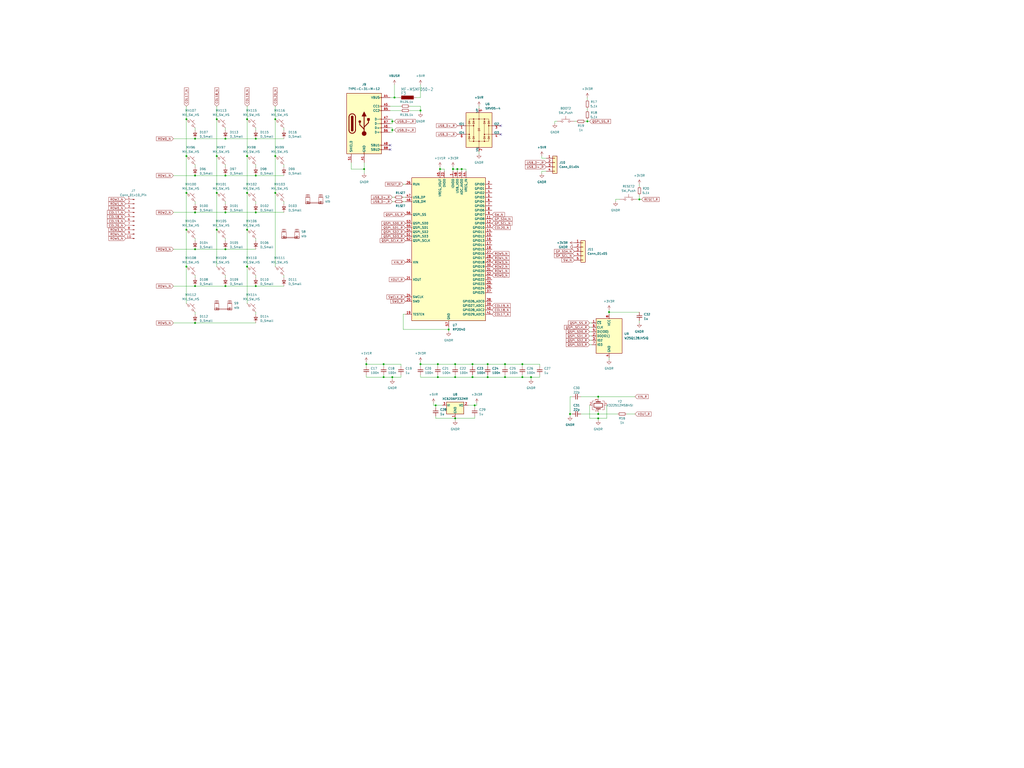
<source format=kicad_sch>
(kicad_sch (version 20231120) (generator "eeschema") (generator_version "8.0")
  (paper "User" 599.999 450.012)
  (lib_symbols
    (symbol "+1V1_1" (power) (pin_names (offset 0))
      (property "Value" "+1V1_1" (at 0 5.08 0))
      (symbol "+1V1_1_1_1"
        (pin power_in line (at 0 0 90) (length 0) hide (name "+1V1R") (number "1"))
      )
    )
    (symbol "+3V3_1" (power) (pin_names (offset 0))
      (property "Value" "+3V3_1" (at 0 5.08 0))
      (symbol "+3V3_1_1_1"
        (pin power_in line (at 0 0 90) (length 0) hide (name "+3V3R") (number "1"))
      )
    )
    (symbol "+5VA_1" (power) (pin_names (offset 0))
      (property "Value" "+5VA_1" (at 0 5.08 0))
      (symbol "+5VA_1_1_1"
        (pin power_in line (at 0 0 90) (length 0) hide (name "+5VR") (number "1"))
      )
    )
    (symbol "Connector:Conn_01x10_Pin" (pin_names (offset 1.016) hide)
      (property "Reference" "J" (at 0 12.7 0))
      (property "Value" "Conn_01x10_Pin" (at 0 -15.24 0))
      (symbol "Conn_01x10_Pin_1_1"
        (pin passive line (at 5.08 10.16 180) (length 3.81) (name "Pin_1") (number "1"))
        (pin passive line (at 5.08 -12.7 180) (length 3.81) (name "Pin_10") (number "10"))
        (pin passive line (at 5.08 7.62 180) (length 3.81) (name "Pin_2") (number "2"))
        (pin passive line (at 5.08 5.08 180) (length 3.81) (name "Pin_3") (number "3"))
        (pin passive line (at 5.08 2.54 180) (length 3.81) (name "Pin_4") (number "4"))
        (pin passive line (at 5.08 0 180) (length 3.81) (name "Pin_5") (number "5"))
        (pin passive line (at 5.08 -2.54 180) (length 3.81) (name "Pin_6") (number "6"))
        (pin passive line (at 5.08 -5.08 180) (length 3.81) (name "Pin_7") (number "7"))
        (pin passive line (at 5.08 -7.62 180) (length 3.81) (name "Pin_8") (number "8"))
        (pin passive line (at 5.08 -10.16 180) (length 3.81) (name "Pin_9") (number "9"))
      )
    )
    (symbol "Connector:USB_C_Receptacle_USB2.0" (pin_names (offset 1.016))
      (property "Reference" "J" (at -10.16 19.05 0))
      (property "Value" "USB_C_Receptacle_USB2.0" (at 19.05 19.05 0))
      (symbol "USB_C_Receptacle_USB2.0_1_1"
        (pin passive line (at 0 -22.86 90) (length 5.08) (name "GND") (number "A1"))
        (pin passive line (at 0 -22.86 90) (length 5.08) hide (name "GND") (number "A12"))
        (pin passive line (at 15.24 15.24 180) (length 5.08) (name "VBUS") (number "A4"))
        (pin bidirectional line (at 15.24 10.16 180) (length 5.08) (name "CC1") (number "A5"))
        (pin bidirectional line (at 15.24 -2.54 180) (length 5.08) (name "D+") (number "A6"))
        (pin bidirectional line (at 15.24 2.54 180) (length 5.08) (name "D-") (number "A7"))
        (pin bidirectional line (at 15.24 -12.7 180) (length 5.08) (name "SBU1") (number "A8"))
        (pin passive line (at 15.24 15.24 180) (length 5.08) hide (name "VBUS") (number "A9"))
        (pin passive line (at 0 -22.86 90) (length 5.08) hide (name "GND") (number "B1"))
        (pin passive line (at 0 -22.86 90) (length 5.08) hide (name "GND") (number "B12"))
        (pin passive line (at 15.24 15.24 180) (length 5.08) hide (name "VBUS") (number "B4"))
        (pin bidirectional line (at 15.24 7.62 180) (length 5.08) (name "CC2") (number "B5"))
        (pin bidirectional line (at 15.24 -5.08 180) (length 5.08) (name "D+") (number "B6"))
        (pin bidirectional line (at 15.24 0 180) (length 5.08) (name "D-") (number "B7"))
        (pin bidirectional line (at 15.24 -15.24 180) (length 5.08) (name "SBU2") (number "B8"))
        (pin passive line (at 15.24 15.24 180) (length 5.08) hide (name "VBUS") (number "B9"))
        (pin passive line (at -7.62 -22.86 90) (length 5.08) (name "SHIELD") (number "S1"))
      )
    )
    (symbol "Connector_Generic:Conn_01x04" (pin_names (offset 1.016) hide)
      (property "Reference" "J" (at 0 5.08 0))
      (property "Value" "Conn_01x04" (at 0 -7.62 0))
      (symbol "Conn_01x04_1_1"
        (pin passive line (at -5.08 2.54 0) (length 3.81) (name "Pin_1") (number "1"))
        (pin passive line (at -5.08 0 0) (length 3.81) (name "Pin_2") (number "2"))
        (pin passive line (at -5.08 -2.54 0) (length 3.81) (name "Pin_3") (number "3"))
        (pin passive line (at -5.08 -5.08 0) (length 3.81) (name "Pin_4") (number "4"))
      )
    )
    (symbol "Connector_Generic:Conn_01x05" (pin_names (offset 1.016) hide)
      (property "Reference" "J" (at 0 7.62 0))
      (property "Value" "Conn_01x05" (at 0 -7.62 0))
      (symbol "Conn_01x05_1_1"
        (pin passive line (at -5.08 5.08 0) (length 3.81) (name "Pin_1") (number "1"))
        (pin passive line (at -5.08 2.54 0) (length 3.81) (name "Pin_2") (number "2"))
        (pin passive line (at -5.08 0 0) (length 3.81) (name "Pin_3") (number "3"))
        (pin passive line (at -5.08 -2.54 0) (length 3.81) (name "Pin_4") (number "4"))
        (pin passive line (at -5.08 -5.08 0) (length 3.81) (name "Pin_5") (number "5"))
      )
    )
    (symbol "Device:C_Small" (pin_numbers hide) (pin_names (offset 0.254) hide)
      (property "Reference" "C" (at 0.254 1.778 0))
      (property "Value" "C_Small" (at 0.254 -2.032 0))
      (symbol "C_Small_1_1"
        (pin passive line (at 0 2.54 270) (length 2.032) (name "~") (number "1"))
        (pin passive line (at 0 -2.54 90) (length 2.032) (name "~") (number "2"))
      )
    )
    (symbol "Device:Crystal_GND24" (pin_names (offset 1.016) hide)
      (property "Reference" "Y" (at 3.175 5.08 0))
      (property "Value" "Crystal_GND24" (at 3.175 3.175 0))
      (symbol "Crystal_GND24_1_1"
        (pin passive line (at -3.81 0 0) (length 1.27) (name "1") (number "1"))
        (pin passive line (at 0 5.08 270) (length 1.27) (name "2") (number "2"))
        (pin passive line (at 3.81 0 180) (length 1.27) (name "3") (number "3"))
        (pin passive line (at 0 -5.08 90) (length 1.27) (name "4") (number "4"))
      )
    )
    (symbol "Device:D_Small" (pin_numbers hide) (pin_names (offset 0.254) hide)
      (property "Reference" "D" (at -1.27 2.032 0))
      (property "Value" "D_Small" (at -3.81 -2.032 0))
      (symbol "D_Small_1_1"
        (pin passive line (at -2.54 0 0) (length 1.778) (name "K") (number "1"))
        (pin passive line (at 2.54 0 180) (length 1.778) (name "A") (number "2"))
      )
    )
    (symbol "Device:R_Small" (pin_numbers hide) (pin_names (offset 0.254) hide)
      (property "Reference" "R" (at 0.762 0.508 0))
      (property "Value" "R_Small" (at 0.762 -1.016 0))
      (symbol "R_Small_1_1"
        (pin passive line (at 0 2.54 270) (length 0.762) (name "~") (number "1"))
        (pin passive line (at 0 -2.54 90) (length 0.762) (name "~") (number "2"))
      )
    )
    (symbol "GNDA_1" (power) (pin_names (offset 0))
      (property "Value" "GNDA_1" (at 0 -5.08 0))
      (symbol "GNDA_1_1_1"
        (pin power_in line (at 0 0 270) (length 0) hide (name "GNDR") (number "1"))
      )
    )
    (symbol "Leonardo_Rev3e:L-EUL1812"
      (property "Reference" "L" (at -1.4986 -3.81 90))
      (property "Value" "L-EUL1812" (at 3.302 -3.81 90))
      (symbol "L-EUL1812_1_0"
        (pin passive line (at 0 5.08 270) (length 2.54) (name "1") (number "1"))
        (pin passive line (at 0 -5.08 90) (length 2.54) (name "2") (number "2"))
      )
    )
    (symbol "MCU_RaspberryPi:RP2040"
      (property "Reference" "U" (at 17.78 45.72 0))
      (property "Value" "RP2040" (at 17.78 43.18 0))
      (symbol "RP2040_1_1"
        (pin power_in line (at 2.54 45.72 270) (length 3.81) (name "IOVDD") (number "1"))
        (pin passive line (at 2.54 45.72 270) (length 3.81) hide (name "IOVDD") (number "10"))
        (pin bidirectional line (at 25.4 17.78 180) (length 3.81) (name "GPIO8") (number "11"))
        (pin bidirectional line (at 25.4 15.24 180) (length 3.81) (name "GPIO9") (number "12"))
        (pin bidirectional line (at 25.4 12.7 180) (length 3.81) (name "GPIO10") (number "13"))
        (pin bidirectional line (at 25.4 10.16 180) (length 3.81) (name "GPIO11") (number "14"))
        (pin bidirectional line (at 25.4 7.62 180) (length 3.81) (name "GPIO12") (number "15"))
        (pin bidirectional line (at 25.4 5.08 180) (length 3.81) (name "GPIO13") (number "16"))
        (pin bidirectional line (at 25.4 2.54 180) (length 3.81) (name "GPIO14") (number "17"))
        (pin bidirectional line (at 25.4 0 180) (length 3.81) (name "GPIO15") (number "18"))
        (pin input line (at -25.4 -38.1 0) (length 3.81) (name "TESTEN") (number "19"))
        (pin bidirectional line (at 25.4 38.1 180) (length 3.81) (name "GPIO0") (number "2"))
        (pin input line (at -25.4 -7.62 0) (length 3.81) (name "XIN") (number "20"))
        (pin passive line (at -25.4 -17.78 0) (length 3.81) (name "XOUT") (number "21"))
        (pin passive line (at 2.54 45.72 270) (length 3.81) hide (name "IOVDD") (number "22"))
        (pin power_in line (at -2.54 45.72 270) (length 3.81) (name "DVDD") (number "23"))
        (pin input line (at -25.4 -27.94 0) (length 3.81) (name "SWCLK") (number "24"))
        (pin bidirectional line (at -25.4 -30.48 0) (length 3.81) (name "SWD") (number "25"))
        (pin input line (at -25.4 38.1 0) (length 3.81) (name "RUN") (number "26"))
        (pin bidirectional line (at 25.4 -2.54 180) (length 3.81) (name "GPIO16") (number "27"))
        (pin bidirectional line (at 25.4 -5.08 180) (length 3.81) (name "GPIO17") (number "28"))
        (pin bidirectional line (at 25.4 -7.62 180) (length 3.81) (name "GPIO18") (number "29"))
        (pin bidirectional line (at 25.4 35.56 180) (length 3.81) (name "GPIO1") (number "3"))
        (pin bidirectional line (at 25.4 -10.16 180) (length 3.81) (name "GPIO19") (number "30"))
        (pin bidirectional line (at 25.4 -12.7 180) (length 3.81) (name "GPIO20") (number "31"))
        (pin bidirectional line (at 25.4 -15.24 180) (length 3.81) (name "GPIO21") (number "32"))
        (pin passive line (at 2.54 45.72 270) (length 3.81) hide (name "IOVDD") (number "33"))
        (pin bidirectional line (at 25.4 -17.78 180) (length 3.81) (name "GPIO22") (number "34"))
        (pin bidirectional line (at 25.4 -20.32 180) (length 3.81) (name "GPIO23") (number "35"))
        (pin bidirectional line (at 25.4 -22.86 180) (length 3.81) (name "GPIO24") (number "36"))
        (pin bidirectional line (at 25.4 -25.4 180) (length 3.81) (name "GPIO25") (number "37"))
        (pin bidirectional line (at 25.4 -30.48 180) (length 3.81) (name "GPIO26_ADC0") (number "38"))
        (pin bidirectional line (at 25.4 -33.02 180) (length 3.81) (name "GPIO27_ADC1") (number "39"))
        (pin bidirectional line (at 25.4 33.02 180) (length 3.81) (name "GPIO2") (number "4"))
        (pin bidirectional line (at 25.4 -35.56 180) (length 3.81) (name "GPIO28_ADC2") (number "40"))
        (pin bidirectional line (at 25.4 -38.1 180) (length 3.81) (name "GPIO29_ADC3") (number "41"))
        (pin passive line (at 2.54 45.72 270) (length 3.81) hide (name "IOVDD") (number "42"))
        (pin power_in line (at 7.62 45.72 270) (length 3.81) (name "ADC_AVDD") (number "43"))
        (pin power_in line (at 10.16 45.72 270) (length 3.81) (name "VREG_IN") (number "44"))
        (pin power_out line (at -5.08 45.72 270) (length 3.81) (name "VREG_VOUT") (number "45"))
        (pin bidirectional line (at -25.4 27.94 0) (length 3.81) (name "USB_DM") (number "46"))
        (pin bidirectional line (at -25.4 30.48 0) (length 3.81) (name "USB_DP") (number "47"))
        (pin power_in line (at 5.08 45.72 270) (length 3.81) (name "USB_VDD") (number "48"))
        (pin passive line (at 2.54 45.72 270) (length 3.81) hide (name "IOVDD") (number "49"))
        (pin bidirectional line (at 25.4 30.48 180) (length 3.81) (name "GPIO3") (number "5"))
        (pin passive line (at -2.54 45.72 270) (length 3.81) hide (name "DVDD") (number "50"))
        (pin bidirectional line (at -25.4 7.62 0) (length 3.81) (name "QSPI_SD3") (number "51"))
        (pin output line (at -25.4 5.08 0) (length 3.81) (name "QSPI_SCLK") (number "52"))
        (pin bidirectional line (at -25.4 15.24 0) (length 3.81) (name "QSPI_SD0") (number "53"))
        (pin bidirectional line (at -25.4 10.16 0) (length 3.81) (name "QSPI_SD2") (number "54"))
        (pin bidirectional line (at -25.4 12.7 0) (length 3.81) (name "QSPI_SD1") (number "55"))
        (pin bidirectional line (at -25.4 20.32 0) (length 3.81) (name "QSPI_SS") (number "56"))
        (pin power_in line (at 0 -45.72 90) (length 3.81) (name "GND") (number "57"))
        (pin bidirectional line (at 25.4 27.94 180) (length 3.81) (name "GPIO4") (number "6"))
        (pin bidirectional line (at 25.4 25.4 180) (length 3.81) (name "GPIO5") (number "7"))
        (pin bidirectional line (at 25.4 22.86 180) (length 3.81) (name "GPIO6") (number "8"))
        (pin bidirectional line (at 25.4 20.32 180) (length 3.81) (name "GPIO7") (number "9"))
      )
    )
    (symbol "Memory_Flash:W25Q128JVS"
      (property "Reference" "U" (at -8.89 8.89 0))
      (property "Value" "W25Q128JVS" (at 7.62 8.89 0))
      (symbol "W25Q128JVS_1_1"
        (pin input line (at -10.16 7.62 0) (length 2.54) (name "~{CS}") (number "1"))
        (pin bidirectional line (at -10.16 0 0) (length 2.54) (name "DO(IO1)") (number "2"))
        (pin bidirectional line (at -10.16 -2.54 0) (length 2.54) (name "IO2") (number "3"))
        (pin power_in line (at 0 -12.7 90) (length 2.54) (name "GND") (number "4"))
        (pin bidirectional line (at -10.16 2.54 0) (length 2.54) (name "DI(IO0)") (number "5"))
        (pin input line (at -10.16 5.08 0) (length 2.54) (name "CLK") (number "6"))
        (pin bidirectional line (at -10.16 -5.08 0) (length 2.54) (name "IO3") (number "7"))
        (pin power_in line (at 0 12.7 270) (length 2.54) (name "VCC") (number "8"))
      )
    )
    (symbol "PCM_marbastlib-mx:MX_SW_HS" (pin_numbers hide) (pin_names (offset 1.016) hide)
      (property "Reference" "MX" (at 3.048 1.016 0))
      (property "Value" "MX_SW_HS" (at 0 -3.81 0))
      (symbol "MX_SW_HS_0_1"
        (pin passive line (at -2.54 2.54 0) (length 0) (name "1") (number "1"))
        (pin passive line (at 2.54 -2.54 180) (length 0) (name "2") (number "2"))
      )
    )
    (symbol "PCM_marbastlib-mx:MX_stab" (pin_names (offset 1.016))
      (property "Reference" "S" (at -5.08 6.35 0))
      (property "Value" "MX_stab" (at -5.08 3.81 0))
    )
    (symbol "PCM_marbastlib-various:SRV05-4" (pin_names (offset 0))
      (property "Reference" "U" (at -5.08 11.43 0))
      (property "Value" "SRV05-4" (at 2.54 11.43 0))
      (symbol "SRV05-4_1_1"
        (pin passive line (at -12.7 2.54 0) (length 5.08) (name "IO1") (number "1"))
        (pin passive line (at 0 -12.7 90) (length 2.54) (name "VN") (number "2"))
        (pin passive line (at 12.7 2.54 180) (length 5.08) (name "IO2") (number "3"))
        (pin passive line (at 12.7 -2.54 180) (length 5.08) (name "IO3") (number "4"))
        (pin passive line (at 0 12.7 270) (length 2.54) (name "VP") (number "5"))
        (pin passive line (at -12.7 -2.54 0) (length 5.08) (name "IO4") (number "6"))
      )
    )
    (symbol "Regulator_Linear:XC6206PxxxMR" (pin_names (offset 0.254))
      (property "Reference" "U" (at -3.81 3.175 0))
      (property "Value" "XC6206PxxxMR" (at 0 3.175 0))
      (symbol "XC6206PxxxMR_1_1"
        (pin power_in line (at 0 -7.62 90) (length 2.54) (name "GND") (number "1"))
        (pin power_out line (at 7.62 0 180) (length 2.54) (name "VO") (number "2"))
        (pin power_in line (at -7.62 0 0) (length 2.54) (name "VI") (number "3"))
      )
    )
    (symbol "Switch:SW_Push" (pin_numbers hide) (pin_names (offset 1.016) hide)
      (property "Reference" "SW" (at 1.27 2.54 0))
      (property "Value" "SW_Push" (at 0 -1.524 0))
      (symbol "SW_Push_0_1"
        (pin passive line (at -5.08 0 0) (length 2.54) (name "1") (number "1"))
        (pin passive line (at 5.08 0 180) (length 2.54) (name "2") (number "2"))
      )
    )
    (symbol "VBUS_1" (power) (pin_names (offset 0))
      (property "Value" "VBUSR" (at 0 5.08 0))
      (symbol "VBUS_1_1_1"
        (pin power_in line (at 0 0 90) (length 0) hide (name "VBUSR") (number "1"))
      )
    )
  )
  (junction (at 276.86 220.98))
  (junction (at 350.52 242.57))
  (junction (at 311.15 220.98))
  (junction (at 132.08 167.64))
  (junction (at 306.07 213.36))
  (junction (at 266.7 213.36))
  (junction (at 114.3 102.87))
  (junction (at 114.3 124.46))
  (junction (at 246.38 64.77))
  (junction (at 306.07 220.98))
  (junction (at 127 69.85))
  (junction (at 144.78 156.21))
  (junction (at 109.22 91.44))
  (junction (at 144.78 113.03))
  (junction (at 356.87 182.88))
  (junction (at 256.54 220.98))
  (junction (at 144.78 134.62))
  (junction (at 114.3 189.23))
  (junction (at 295.91 220.98))
  (junction (at 257.81 99.06))
  (junction (at 229.87 71.12))
  (junction (at 256.54 213.36))
  (junction (at 132.08 124.46))
  (junction (at 114.3 146.05))
  (junction (at 132.08 102.87))
  (junction (at 132.08 146.05))
  (junction (at 266.7 220.98))
  (junction (at 161.29 91.44))
  (junction (at 213.36 99.06))
  (junction (at 109.22 134.62))
  (junction (at 161.29 113.03))
  (junction (at 161.29 69.85))
  (junction (at 214.63 213.36))
  (junction (at 295.91 213.36))
  (junction (at 285.75 213.36))
  (junction (at 270.51 99.06))
  (junction (at 265.43 99.06))
  (junction (at 267.97 99.06))
  (junction (at 262.89 193.04))
  (junction (at 149.86 81.28))
  (junction (at 127 134.62))
  (junction (at 246.38 213.36))
  (junction (at 276.86 213.36))
  (junction (at 224.79 213.36))
  (junction (at 278.13 237.49))
  (junction (at 231.14 57.15))
  (junction (at 114.3 167.64))
  (junction (at 229.87 220.98))
  (junction (at 132.08 81.28))
  (junction (at 255.27 237.49))
  (junction (at 350.52 232.41))
  (junction (at 266.7 245.11))
  (junction (at 149.86 167.64))
  (junction (at 149.86 124.46))
  (junction (at 334.01 242.57))
  (junction (at 224.79 220.98))
  (junction (at 127 91.44))
  (junction (at 344.17 71.12))
  (junction (at 374.65 116.84))
  (junction (at 109.22 113.03))
  (junction (at 285.75 220.98))
  (junction (at 127 113.03))
  (junction (at 109.22 69.85))
  (junction (at 109.22 156.21))
  (junction (at 144.78 69.85))
  (junction (at 149.86 102.87))
  (junction (at 114.3 81.28))
  (junction (at 229.87 76.2))
  (junction (at 144.78 91.44))
  (junction (at 350.52 245.11))
  (no_connect (at 293.37 73.66))
  (no_connect (at 228.6 87.63))
  (no_connect (at 228.6 85.09))
  (no_connect (at 293.37 78.74))
  (wire (pts (xy 127 113.03) (xy 127 91.44)))
  (wire (pts (xy 363.22 116.84) (xy 360.68 116.84)))
  (wire (pts (xy 166.37 119.38) (xy 166.37 118.11)))
  (wire (pts (xy 285.75 213.36) (xy 295.91 213.36)))
  (wire (pts (xy 229.87 115.57) (xy 231.14 115.57)))
  (wire (pts (xy 256.54 220.98) (xy 266.7 220.98)))
  (wire (pts (xy 273.05 100.33) (xy 273.05 99.06)))
  (wire (pts (xy 295.91 220.98) (xy 306.07 220.98)))
  (wire (pts (xy 127 156.21) (xy 127 134.62)))
  (wire (pts (xy 149.86 119.38) (xy 149.86 118.11)))
  (wire (pts (xy 246.38 57.15) (xy 246.38 49.53)))
  (wire (pts (xy 336.55 71.12) (xy 337.82 71.12)))
  (wire (pts (xy 229.87 74.93) (xy 228.6 74.93)))
  (wire (pts (xy 229.87 76.2) (xy 229.87 74.93)))
  (wire (pts (xy 114.3 119.38) (xy 114.3 118.11)))
  (wire (pts (xy 114.3 124.46) (xy 132.08 124.46)))
  (wire (pts (xy 374.65 116.84) (xy 373.38 116.84)))
  (wire (pts (xy 114.3 102.87) (xy 132.08 102.87)))
  (wire (pts (xy 260.35 99.06) (xy 260.35 100.33)))
  (wire (pts (xy 306.07 220.98) (xy 311.15 220.98)))
  (wire (pts (xy 306.07 219.71) (xy 306.07 220.98)))
  (wire (pts (xy 101.6 167.64) (xy 114.3 167.64)))
  (wire (pts (xy 345.44 199.39) (xy 346.71 199.39)))
  (wire (pts (xy 254 237.49) (xy 255.27 237.49)))
  (wire (pts (xy 243.84 57.15) (xy 246.38 57.15)))
  (wire (pts (xy 228.6 62.23) (xy 234.95 62.23)))
  (wire (pts (xy 161.29 62.23) (xy 161.29 69.85)))
  (wire (pts (xy 280.67 62.23) (xy 280.67 63.5)))
  (wire (pts (xy 255.27 237.49) (xy 255.27 238.76)))
  (wire (pts (xy 317.5 100.33) (xy 317.5 101.6)))
  (wire (pts (xy 101.6 102.87) (xy 114.3 102.87)))
  (wire (pts (xy 114.3 81.28) (xy 132.08 81.28)))
  (wire (pts (xy 109.22 156.21) (xy 109.22 177.8)))
  (wire (pts (xy 101.6 189.23) (xy 114.3 189.23)))
  (wire (pts (xy 356.87 182.88) (xy 356.87 184.15)))
  (wire (pts (xy 317.5 91.44) (xy 317.5 92.71)))
  (wire (pts (xy 270.51 99.06) (xy 267.97 99.06)))
  (wire (pts (xy 101.6 81.28) (xy 114.3 81.28)))
  (wire (pts (xy 344.17 71.12) (xy 345.44 71.12)))
  (wire (pts (xy 257.81 97.79) (xy 257.81 99.06)))
  (wire (pts (xy 285.75 219.71) (xy 285.75 220.98)))
  (wire (pts (xy 132.08 119.38) (xy 132.08 118.11)))
  (wire (pts (xy 265.43 100.33) (xy 265.43 99.06)))
  (wire (pts (xy 224.79 213.36) (xy 224.79 214.63)))
  (wire (pts (xy 224.79 219.71) (xy 224.79 220.98)))
  (wire (pts (xy 246.38 219.71) (xy 246.38 220.98)))
  (wire (pts (xy 295.91 213.36) (xy 306.07 213.36)))
  (wire (pts (xy 276.86 213.36) (xy 285.75 213.36)))
  (wire (pts (xy 231.14 49.53) (xy 231.14 57.15)))
  (wire (pts (xy 265.43 97.79) (xy 265.43 99.06)))
  (wire (pts (xy 344.17 64.77) (xy 344.17 63.5)))
  (wire (pts (xy 228.6 64.77) (xy 234.95 64.77)))
  (wire (pts (xy 236.22 193.04) (xy 262.89 193.04)))
  (wire (pts (xy 335.28 232.41) (xy 334.01 232.41)))
  (wire (pts (xy 109.22 62.23) (xy 109.22 69.85)))
  (wire (pts (xy 144.78 69.85) (xy 144.78 91.44)))
  (wire (pts (xy 355.6 237.49) (xy 355.6 245.11)))
  (wire (pts (xy 161.29 91.44) (xy 161.29 113.03)))
  (wire (pts (xy 149.86 162.56) (xy 149.86 161.29)))
  (wire (pts (xy 306.07 213.36) (xy 316.23 213.36)))
  (wire (pts (xy 285.75 214.63) (xy 285.75 213.36)))
  (wire (pts (xy 360.68 116.84) (xy 360.68 118.11)))
  (wire (pts (xy 311.15 222.25) (xy 311.15 220.98)))
  (wire (pts (xy 109.22 91.44) (xy 109.22 113.03)))
  (wire (pts (xy 270.51 100.33) (xy 270.51 99.06)))
  (wire (pts (xy 374.65 114.3) (xy 374.65 116.84)))
  (wire (pts (xy 340.36 232.41) (xy 350.52 232.41)))
  (wire (pts (xy 240.03 62.23) (xy 246.38 62.23)))
  (wire (pts (xy 316.23 213.36) (xy 316.23 214.63)))
  (wire (pts (xy 278.13 243.84) (xy 278.13 245.11)))
  (wire (pts (xy 374.65 187.96) (xy 374.65 189.23)))
  (wire (pts (xy 149.86 102.87) (xy 166.37 102.87)))
  (wire (pts (xy 345.44 201.93) (xy 346.71 201.93)))
  (wire (pts (xy 229.87 220.98) (xy 234.95 220.98)))
  (wire (pts (xy 334.01 243.84) (xy 334.01 242.57)))
  (wire (pts (xy 109.22 113.03) (xy 109.22 134.62)))
  (wire (pts (xy 317.5 92.71) (xy 320.04 92.71)))
  (wire (pts (xy 344.17 57.15) (xy 344.17 58.42)))
  (wire (pts (xy 240.03 64.77) (xy 246.38 64.77)))
  (wire (pts (xy 246.38 220.98) (xy 256.54 220.98)))
  (wire (pts (xy 356.87 181.61) (xy 356.87 182.88)))
  (wire (pts (xy 257.81 99.06) (xy 260.35 99.06)))
  (wire (pts (xy 345.44 194.31) (xy 346.71 194.31)))
  (wire (pts (xy 342.9 71.12) (xy 344.17 71.12)))
  (wire (pts (xy 149.86 76.2) (xy 149.86 74.93)))
  (wire (pts (xy 344.17 69.85) (xy 344.17 71.12)))
  (wire (pts (xy 236.22 118.11) (xy 237.49 118.11)))
  (wire (pts (xy 279.4 237.49) (xy 279.4 236.22)))
  (wire (pts (xy 224.79 220.98) (xy 229.87 220.98)))
  (wire (pts (xy 285.75 220.98) (xy 295.91 220.98)))
  (wire (pts (xy 256.54 219.71) (xy 256.54 220.98)))
  (wire (pts (xy 256.54 213.36) (xy 266.7 213.36)))
  (wire (pts (xy 101.6 124.46) (xy 114.3 124.46)))
  (wire (pts (xy 295.91 219.71) (xy 295.91 220.98)))
  (wire (pts (xy 325.12 71.12) (xy 325.12 72.39)))
  (wire (pts (xy 246.38 213.36) (xy 256.54 213.36)))
  (wire (pts (xy 234.95 219.71) (xy 234.95 220.98)))
  (wire (pts (xy 262.89 194.31) (xy 262.89 193.04)))
  (wire (pts (xy 224.79 213.36) (xy 234.95 213.36)))
  (wire (pts (xy 276.86 219.71) (xy 276.86 220.98)))
  (wire (pts (xy 278.13 237.49) (xy 279.4 237.49)))
  (wire (pts (xy 132.08 97.79) (xy 132.08 96.52)))
  (wire (pts (xy 345.44 189.23) (xy 346.71 189.23)))
  (wire (pts (xy 246.38 62.23) (xy 246.38 64.77)))
  (wire (pts (xy 326.39 71.12) (xy 325.12 71.12)))
  (wire (pts (xy 311.15 220.98) (xy 316.23 220.98)))
  (wire (pts (xy 132.08 124.46) (xy 149.86 124.46)))
  (wire (pts (xy 149.86 124.46) (xy 166.37 124.46)))
  (wire (pts (xy 229.87 72.39) (xy 229.87 71.12)))
  (wire (pts (xy 132.08 162.56) (xy 132.08 161.29)))
  (wire (pts (xy 236.22 115.57) (xy 237.49 115.57)))
  (wire (pts (xy 350.52 232.41) (xy 372.11 232.41)))
  (wire (pts (xy 356.87 209.55) (xy 356.87 210.82)))
  (wire (pts (xy 127 91.44) (xy 127 69.85)))
  (wire (pts (xy 374.65 107.95) (xy 374.65 109.22)))
  (wire (pts (xy 161.29 69.85) (xy 161.29 91.44)))
  (wire (pts (xy 144.78 156.21) (xy 144.78 177.8)))
  (wire (pts (xy 255.27 243.84) (xy 255.27 245.11)))
  (wire (pts (xy 266.7 246.38) (xy 266.7 245.11)))
  (wire (pts (xy 236.22 184.15) (xy 236.22 193.04)))
  (wire (pts (xy 205.74 99.06) (xy 213.36 99.06)))
  (wire (pts (xy 350.52 242.57) (xy 361.95 242.57)))
  (wire (pts (xy 255.27 237.49) (xy 259.08 237.49)))
  (wire (pts (xy 266.7 214.63) (xy 266.7 213.36)))
  (wire (pts (xy 276.86 220.98) (xy 285.75 220.98)))
  (wire (pts (xy 132.08 76.2) (xy 132.08 74.93)))
  (wire (pts (xy 345.44 191.77) (xy 346.71 191.77)))
  (wire (pts (xy 149.86 140.97) (xy 149.86 139.7)))
  (wire (pts (xy 255.27 245.11) (xy 266.7 245.11)))
  (wire (pts (xy 144.78 113.03) (xy 144.78 134.62)))
  (wire (pts (xy 127 134.62) (xy 127 113.03)))
  (wire (pts (xy 114.3 167.64) (xy 132.08 167.64)))
  (wire (pts (xy 266.7 220.98) (xy 276.86 220.98)))
  (wire (pts (xy 231.14 71.12) (xy 229.87 71.12)))
  (wire (pts (xy 350.52 233.68) (xy 350.52 232.41)))
  (wire (pts (xy 166.37 162.56) (xy 166.37 161.29)))
  (wire (pts (xy 114.3 162.56) (xy 114.3 161.29)))
  (wire (pts (xy 267.97 99.06) (xy 267.97 100.33)))
  (wire (pts (xy 144.78 134.62) (xy 144.78 156.21)))
  (wire (pts (xy 256.54 213.36) (xy 256.54 214.63)))
  (wire (pts (xy 274.32 237.49) (xy 278.13 237.49)))
  (wire (pts (xy 231.14 57.15) (xy 233.68 57.15)))
  (wire (pts (xy 114.3 76.2) (xy 114.3 74.93)))
  (wire (pts (xy 161.29 113.03) (xy 161.29 156.21)))
  (wire (pts (xy 109.22 134.62) (xy 109.22 156.21)))
  (wire (pts (xy 114.3 189.23) (xy 149.86 189.23)))
  (wire (pts (xy 367.03 242.57) (xy 372.11 242.57)))
  (wire (pts (xy 254 237.49) (xy 254 236.22)))
  (wire (pts (xy 149.86 184.15) (xy 149.86 182.88)))
  (wire (pts (xy 246.38 66.04) (xy 246.38 64.77)))
  (wire (pts (xy 114.3 140.97) (xy 114.3 139.7)))
  (wire (pts (xy 132.08 167.64) (xy 149.86 167.64)))
  (wire (pts (xy 229.87 76.2) (xy 231.14 76.2)))
  (wire (pts (xy 214.63 214.63) (xy 214.63 213.36)))
  (wire (pts (xy 214.63 220.98) (xy 224.79 220.98)))
  (wire (pts (xy 375.92 116.84) (xy 374.65 116.84)))
  (wire (pts (xy 246.38 214.63) (xy 246.38 213.36)))
  (wire (pts (xy 127 69.85) (xy 127 62.23)))
  (wire (pts (xy 266.7 245.11) (xy 278.13 245.11)))
  (wire (pts (xy 149.86 97.79) (xy 149.86 96.52)))
  (wire (pts (xy 278.13 237.49) (xy 278.13 238.76)))
  (wire (pts (xy 228.6 57.15) (xy 231.14 57.15)))
  (wire (pts (xy 214.63 219.71) (xy 214.63 220.98)))
  (wire (pts (xy 266.7 213.36) (xy 276.86 213.36)))
  (wire (pts (xy 149.86 81.28) (xy 166.37 81.28)))
  (wire (pts (xy 355.6 245.11) (xy 350.52 245.11)))
  (wire (pts (xy 132.08 140.97) (xy 132.08 139.7)))
  (wire (pts (xy 276.86 214.63) (xy 276.86 213.36)))
  (wire (pts (xy 114.3 184.15) (xy 114.3 182.88)))
  (wire (pts (xy 257.81 100.33) (xy 257.81 99.06)))
  (wire (pts (xy 144.78 62.23) (xy 144.78 69.85)))
  (wire (pts (xy 114.3 146.05) (xy 132.08 146.05)))
  (wire (pts (xy 320.04 100.33) (xy 317.5 100.33)))
  (wire (pts (xy 237.49 184.15) (xy 236.22 184.15)))
  (wire (pts (xy 356.87 182.88) (xy 374.65 182.88)))
  (wire (pts (xy 132.08 81.28) (xy 149.86 81.28)))
  (wire (pts (xy 149.86 167.64) (xy 166.37 167.64)))
  (wire (pts (xy 109.22 69.85) (xy 109.22 91.44)))
  (wire (pts (xy 229.87 222.25) (xy 229.87 220.98)))
  (wire (pts (xy 229.87 71.12) (xy 229.87 69.85)))
  (wire (pts (xy 132.08 102.87) (xy 149.86 102.87)))
  (wire (pts (xy 266.7 219.71) (xy 266.7 220.98)))
  (wire (pts (xy 229.87 77.47) (xy 229.87 76.2)))
  (wire (pts (xy 205.74 95.25) (xy 205.74 99.06)))
  (wire (pts (xy 214.63 213.36) (xy 224.79 213.36)))
  (wire (pts (xy 265.43 99.06) (xy 267.97 99.06)))
  (wire (pts (xy 228.6 77.47) (xy 229.87 77.47)))
  (wire (pts (xy 229.87 118.11) (xy 231.14 118.11)))
  (wire (pts (xy 228.6 72.39) (xy 229.87 72.39)))
  (wire (pts (xy 270.51 99.06) (xy 273.05 99.06)))
  (wire (pts (xy 262.89 193.04) (xy 262.89 191.77)))
  (wire (pts (xy 101.6 146.05) (xy 114.3 146.05)))
  (wire (pts (xy 316.23 220.98) (xy 316.23 219.71)))
  (wire (pts (xy 350.52 246.38) (xy 350.52 245.11)))
  (wire (pts (xy 345.44 196.85) (xy 346.71 196.85)))
  (wire (pts (xy 166.37 76.2) (xy 166.37 74.93)))
  (wire (pts (xy 166.37 97.79) (xy 166.37 96.52)))
  (wire (pts (xy 234.95 214.63) (xy 234.95 213.36)))
  (wire (pts (xy 334.01 232.41) (xy 334.01 242.57)))
  (wire (pts (xy 114.3 97.79) (xy 114.3 96.52)))
  (wire (pts (xy 295.91 214.63) (xy 295.91 213.36)))
  (wire (pts (xy 213.36 99.06) (xy 213.36 101.6)))
  (wire (pts (xy 214.63 212.09) (xy 214.63 213.36)))
  (wire (pts (xy 345.44 245.11) (xy 350.52 245.11)))
  (wire (pts (xy 340.36 242.57) (xy 350.52 242.57)))
  (wire (pts (xy 345.44 237.49) (xy 345.44 245.11)))
  (wire (pts (xy 246.38 212.09) (xy 246.38 213.36)))
  (wire (pts (xy 350.52 241.3) (xy 350.52 242.57)))
  (wire (pts (xy 228.6 69.85) (xy 229.87 69.85)))
  (wire (pts (xy 306.07 214.63) (xy 306.07 213.36)))
  (wire (pts (xy 280.67 88.9) (xy 280.67 90.17)))
  (wire (pts (xy 334.01 242.57) (xy 335.28 242.57)))
  (wire (pts (xy 144.78 91.44) (xy 144.78 113.03)))
  (wire (pts (xy 132.08 146.05) (xy 149.86 146.05)))
  (wire (pts (xy 213.36 95.25) (xy 213.36 99.06)))
  (wire (pts (xy 236.22 107.95) (xy 237.49 107.95)))
  (global_label "SW_N" (shape input) (at 336.55 152.4 180) (property "Intersheetrefs" "${INTERSHEET_REFS}" (effects (hide yes))))
  (global_label "QSPI_SD1_R" (shape input) (at 345.44 196.85 180) (property "Intersheetrefs" "${INTERSHEET_REFS}" (effects (hide yes))))
  (global_label "COL18_N" (shape input) (at 73.66 127 180) (property "Intersheetrefs" "${INTERSHEET_REFS}" (effects (hide yes))))
  (global_label "ROW3_N" (shape input) (at 288.29 153.67 0) (property "Intersheetrefs" "${INTERSHEET_REFS}" (effects (hide yes))))
  (global_label "ROW0_N" (shape input) (at 73.66 121.92 180) (property "Intersheetrefs" "${INTERSHEET_REFS}" (effects (hide yes))))
  (global_label "COL20_N" (shape input) (at 73.66 132.08 180) (property "Intersheetrefs" "${INTERSHEET_REFS}" (effects (hide yes))))
  (global_label "XIN_R" (shape input) (at 372.11 232.41 0) (property "Intersheetrefs" "${INTERSHEET_REFS}" (effects (hide yes))))
  (global_label "XOUT_R" (shape input) (at 372.11 242.57 0) (property "Intersheetrefs" "${INTERSHEET_REFS}" (effects (hide yes))))
  (global_label "COL20_N" (shape input) (at 288.29 133.35 0) (property "Intersheetrefs" "${INTERSHEET_REFS}" (effects (hide yes))))
  (global_label "COL18_N" (shape input) (at 127 62.23 90) (property "Intersheetrefs" "${INTERSHEET_REFS}" (effects (hide yes))))
  (global_label "ROW1_N" (shape input) (at 288.29 158.75 0) (property "Intersheetrefs" "${INTERSHEET_REFS}" (effects (hide yes))))
  (global_label "GP_SDA_N" (shape input) (at 288.29 128.27 0) (property "Intersheetrefs" "${INTERSHEET_REFS}" (effects (hide yes))))
  (global_label "ROW4_N" (shape input) (at 288.29 151.13 0) (property "Intersheetrefs" "${INTERSHEET_REFS}" (effects (hide yes))))
  (global_label "QSPI_SD2_R" (shape input) (at 345.44 199.39 180) (property "Intersheetrefs" "${INTERSHEET_REFS}" (effects (hide yes))))
  (global_label "COL17_N" (shape input) (at 73.66 124.46 180) (property "Intersheetrefs" "${INTERSHEET_REFS}" (effects (hide yes))))
  (global_label "USB_D+_R" (shape input) (at 320.04 97.79 180) (property "Intersheetrefs" "${INTERSHEET_REFS}" (effects (hide yes))))
  (global_label "ROW3_N" (shape input) (at 101.6 146.05 180) (property "Intersheetrefs" "${INTERSHEET_REFS}" (effects (hide yes))))
  (global_label "XIN_R" (shape input) (at 237.49 153.67 180) (property "Intersheetrefs" "${INTERSHEET_REFS}" (effects (hide yes))))
  (global_label "USB_D+_R" (shape input) (at 231.14 76.2 0) (property "Intersheetrefs" "${INTERSHEET_REFS}" (effects (hide yes))))
  (global_label "COL17_N" (shape input) (at 109.22 62.23 90) (property "Intersheetrefs" "${INTERSHEET_REFS}" (effects (hide yes))))
  (global_label "QSPI_SD3_R" (shape input) (at 237.49 138.43 180) (property "Intersheetrefs" "${INTERSHEET_REFS}" (effects (hide yes))))
  (global_label "XOUT_R" (shape input) (at 237.49 163.83 180) (property "Intersheetrefs" "${INTERSHEET_REFS}" (effects (hide yes))))
  (global_label "QSPI_SS_R" (shape input) (at 345.44 189.23 180) (property "Intersheetrefs" "${INTERSHEET_REFS}" (effects (hide yes))))
  (global_label "QSPI_SCLK_R" (shape input) (at 345.44 191.77 180) (property "Intersheetrefs" "${INTERSHEET_REFS}" (effects (hide yes))))
  (global_label "SWCLK_R" (shape input) (at 237.49 173.99 180) (property "Intersheetrefs" "${INTERSHEET_REFS}" (effects (hide yes))))
  (global_label "QSPI_SCLK_R" (shape input) (at 237.49 140.97 180) (property "Intersheetrefs" "${INTERSHEET_REFS}" (effects (hide yes))))
  (global_label "ROW5_N" (shape input) (at 101.6 189.23 180) (property "Intersheetrefs" "${INTERSHEET_REFS}" (effects (hide yes))))
  (global_label "ROW5_N" (shape input) (at 73.66 139.7 180) (property "Intersheetrefs" "${INTERSHEET_REFS}" (effects (hide yes))))
  (global_label "USB_D+_R" (shape input) (at 267.97 73.66 180) (property "Intersheetrefs" "${INTERSHEET_REFS}" (effects (hide yes))))
  (global_label "ROW2_N" (shape input) (at 101.6 124.46 180) (property "Intersheetrefs" "${INTERSHEET_REFS}" (effects (hide yes))))
  (global_label "COL19_N" (shape input) (at 144.78 62.23 90) (property "Intersheetrefs" "${INTERSHEET_REFS}" (effects (hide yes))))
  (global_label "QSPI_SS_R" (shape input) (at 237.49 125.73 180) (property "Intersheetrefs" "${INTERSHEET_REFS}" (effects (hide yes))))
  (global_label "ROW2_N" (shape input) (at 73.66 116.84 180) (property "Intersheetrefs" "${INTERSHEET_REFS}" (effects (hide yes))))
  (global_label "COL19_N" (shape input) (at 73.66 129.54 180) (property "Intersheetrefs" "${INTERSHEET_REFS}" (effects (hide yes))))
  (global_label "SWD_R" (shape input) (at 237.49 176.53 180) (property "Intersheetrefs" "${INTERSHEET_REFS}" (effects (hide yes))))
  (global_label "ROW4_N" (shape input) (at 101.6 167.64 180) (property "Intersheetrefs" "${INTERSHEET_REFS}" (effects (hide yes))))
  (global_label "QSPI_SD3_R" (shape input) (at 345.44 201.93 180) (property "Intersheetrefs" "${INTERSHEET_REFS}" (effects (hide yes))))
  (global_label "USB_D+_R" (shape input) (at 229.87 115.57 180) (property "Intersheetrefs" "${INTERSHEET_REFS}" (effects (hide yes))))
  (global_label "QSPI_SD1_R" (shape input) (at 237.49 133.35 180) (property "Intersheetrefs" "${INTERSHEET_REFS}" (effects (hide yes))))
  (global_label "COL17_N" (shape input) (at 288.29 184.15 0) (property "Intersheetrefs" "${INTERSHEET_REFS}" (effects (hide yes))))
  (global_label "QSPI_SD0_R" (shape input) (at 237.49 130.81 180) (property "Intersheetrefs" "${INTERSHEET_REFS}" (effects (hide yes))))
  (global_label "RESET_R" (shape input) (at 375.92 116.84 0) (property "Intersheetrefs" "${INTERSHEET_REFS}" (effects (hide yes))))
  (global_label "GP_SCL_N" (shape input) (at 336.55 149.86 180) (property "Intersheetrefs" "${INTERSHEET_REFS}" (effects (hide yes))))
  (global_label "USB_D-_R" (shape input) (at 267.97 78.74 180) (property "Intersheetrefs" "${INTERSHEET_REFS}" (effects (hide yes))))
  (global_label "COL18_N" (shape input) (at 288.29 181.61 0) (property "Intersheetrefs" "${INTERSHEET_REFS}" (effects (hide yes))))
  (global_label "ROW0_N" (shape input) (at 288.29 161.29 0) (property "Intersheetrefs" "${INTERSHEET_REFS}" (effects (hide yes))))
  (global_label "RESET_R" (shape input) (at 236.22 107.95 180) (property "Intersheetrefs" "${INTERSHEET_REFS}" (effects (hide yes))))
  (global_label "QSPI_SD2_R" (shape input) (at 237.49 135.89 180) (property "Intersheetrefs" "${INTERSHEET_REFS}" (effects (hide yes))))
  (global_label "ROW2_N" (shape input) (at 288.29 156.21 0) (property "Intersheetrefs" "${INTERSHEET_REFS}" (effects (hide yes))))
  (global_label "ROW0_N" (shape input) (at 101.6 81.28 180) (property "Intersheetrefs" "${INTERSHEET_REFS}" (effects (hide yes))))
  (global_label "SW_N" (shape input) (at 288.29 125.73 0) (property "Intersheetrefs" "${INTERSHEET_REFS}" (effects (hide yes))))
  (global_label "ROW5_N" (shape input) (at 288.29 148.59 0) (property "Intersheetrefs" "${INTERSHEET_REFS}" (effects (hide yes))))
  (global_label "ROW4_N" (shape input) (at 73.66 137.16 180) (property "Intersheetrefs" "${INTERSHEET_REFS}" (effects (hide yes))))
  (global_label "GP_SCL_N" (shape input) (at 288.29 130.81 0) (property "Intersheetrefs" "${INTERSHEET_REFS}" (effects (hide yes))))
  (global_label "QSPI_SS_R" (shape input) (at 345.44 71.12 0) (property "Intersheetrefs" "${INTERSHEET_REFS}" (effects (hide yes))))
  (global_label "ROW1_N" (shape input) (at 101.6 102.87 180) (property "Intersheetrefs" "${INTERSHEET_REFS}" (effects (hide yes))))
  (global_label "COL20_N" (shape input) (at 161.29 62.23 90) (property "Intersheetrefs" "${INTERSHEET_REFS}" (effects (hide yes))))
  (global_label "USB_D-_R" (shape input) (at 231.14 71.12 0) (property "Intersheetrefs" "${INTERSHEET_REFS}" (effects (hide yes))))
  (global_label "COL19_N" (shape input) (at 288.29 179.07 0) (property "Intersheetrefs" "${INTERSHEET_REFS}" (effects (hide yes))))
  (global_label "USB_D-_R" (shape input) (at 320.04 95.25 180) (property "Intersheetrefs" "${INTERSHEET_REFS}" (effects (hide yes))))
  (global_label "ROW1_N" (shape input) (at 73.66 119.38 180) (property "Intersheetrefs" "${INTERSHEET_REFS}" (effects (hide yes))))
  (global_label "ROW3_N" (shape input) (at 73.66 134.62 180) (property "Intersheetrefs" "${INTERSHEET_REFS}" (effects (hide yes))))
  (global_label "GP_SDA_N" (shape input) (at 336.55 147.32 180) (property "Intersheetrefs" "${INTERSHEET_REFS}" (effects (hide yes))))
  (global_label "USB_D-_R" (shape input) (at 229.87 118.11 180) (property "Intersheetrefs" "${INTERSHEET_REFS}" (effects (hide yes))))
  (global_label "QSPI_SD0_R" (shape input) (at 345.44 194.31 180) (property "Intersheetrefs" "${INTERSHEET_REFS}" (effects (hide yes))))
  (symbol (lib_id "Device:D_Small") (at 166.37 165.1 90) (unit 1)
    (property "Reference" "D111" (at 168.91 163.83 90) (effects (justify right)))
    (property "Value" "D_Small" (at 168.91 166.37 90) (effects (justify right)))
    (property "Footprint" "mcu:D_SOD-123_new" (effects (hide yes)))
    (property "Sim.Device" "D" (effects (hide yes)))
    (property "Sim.Pins" "1=K 2=A" (effects (hide yes)))
  )
  (symbol (lib_id "Device:C_Small") (at 278.13 241.3 0) (unit 1)
    (property "Reference" "C29" (at 280.67 240.0363 0) (effects (justify left)))
    (property "Value" "1u" (at 280.67 242.5763 0) (effects (justify left)))
    (property "Footprint" "Capacitor_SMD:C_0402_1005Metric" (effects (hide yes)))
  )
  (symbol (lib_name "+3V3_1") (lib_id "power:+3V3") (at 344.17 57.15 0) (unit 1)
    (property "Reference" "#PWR064" (effects (hide yes)))
    (property "Value" "+3V3R" (at 344.17 52.07 0))
  )
  (symbol (lib_id "Device:R_Small") (at 237.49 64.77 90) (unit 1)
    (property "Reference" "R13" (at 236.22 67.31 90))
    (property "Value" "5.1k" (at 240.03 67.31 90))
    (property "Footprint" "Resistor_SMD:R_0402_1005Metric" (effects (hide yes)))
  )
  (symbol (lib_id "PCM_marbastlib-mx:MX_SW_HS") (at 147.32 72.39 0) (unit 1)
    (property "Reference" "MX115" (at 147.32 64.77 0))
    (property "Value" "MX_SW_HS" (at 147.32 67.31 0))
    (property "Footprint" "PCM_marbastlib-mx:SW_MX_HS_1u" (effects (hide yes)))
  )
  (symbol (lib_id "Device:D_Small") (at 114.3 78.74 90) (unit 1)
    (property "Reference" "D107" (at 116.84 77.47 90) (effects (justify right)))
    (property "Value" "D_Small" (at 116.84 80.01 90) (effects (justify right)))
    (property "Footprint" "mcu:D_SOD-123_new" (effects (hide yes)))
    (property "Sim.Device" "D" (effects (hide yes)))
    (property "Sim.Pins" "1=K 2=A" (effects (hide yes)))
  )
  (symbol (lib_name "+5VA_1") (lib_id "power:+5VA") (at 254 236.22 0) (unit 1)
    (property "Reference" "#PWR052" (effects (hide yes)))
    (property "Value" "+5VR" (at 254 231.14 0))
  )
  (symbol (lib_id "Device:C_Small") (at 285.75 217.17 0) (unit 1)
    (property "Reference" "C24" (at 288.29 215.9063 0) (effects (justify left)))
    (property "Value" "100n" (at 288.29 218.4463 0) (effects (justify left)))
    (property "Footprint" "Capacitor_SMD:C_0402_1005Metric" (effects (hide yes)))
  )
  (symbol (lib_name "GNDA_1") (lib_id "power:GNDA") (at 350.52 246.38 0) (unit 1)
    (property "Reference" "#PWR056" (effects (hide yes)))
    (property "Value" "GNDR" (at 350.52 251.46 0))
  )
  (symbol (lib_id "PCM_marbastlib-mx:MX_SW_HS") (at 111.76 115.57 0) (unit 1)
    (property "Reference" "MX100" (at 111.76 107.95 0))
    (property "Value" "MX_SW_HS" (at 111.76 110.49 0))
    (property "Footprint" "PCM_marbastlib-mx:SW_MX_HS_1u" (effects (hide yes)))
  )
  (symbol (lib_id "Device:R_Small") (at 344.17 60.96 180) (unit 1)
    (property "Reference" "R17" (at 347.98 59.69 0))
    (property "Value" "5.1k" (at 347.98 62.23 0))
    (property "Footprint" "Resistor_SMD:R_0402_1005Metric" (effects (hide yes)))
  )
  (symbol (lib_name "GNDA_1") (lib_id "power:GNDA") (at 213.36 101.6 0) (unit 1)
    (property "Reference" "#PWR042" (effects (hide yes)))
    (property "Value" "GNDR" (at 213.36 106.68 0))
  )
  (symbol (lib_name "+5VA_1") (lib_id "power:+5VA") (at 246.38 49.53 0) (unit 1)
    (property "Reference" "#PWR043" (effects (hide yes)))
    (property "Value" "+5VR" (at 246.38 44.45 0))
  )
  (symbol (lib_name "GNDA_1") (lib_id "power:GNDA") (at 360.68 118.11 0) (unit 1)
    (property "Reference" "#PWR067" (effects (hide yes)))
    (property "Value" "GNDR" (at 360.68 123.19 0))
  )
  (symbol (lib_id "Device:D_Small") (at 149.86 100.33 90) (unit 1)
    (property "Reference" "D98" (at 152.4 99.06 90) (effects (justify right)))
    (property "Value" "D_Small" (at 152.4 101.6 90) (effects (justify right)))
    (property "Footprint" "mcu:D_SOD-123_new" (effects (hide yes)))
    (property "Sim.Device" "D" (effects (hide yes)))
    (property "Sim.Pins" "1=K 2=A" (effects (hide yes)))
  )
  (symbol (lib_id "Device:D_Small") (at 114.3 186.69 90) (unit 1)
    (property "Reference" "D112" (at 116.84 185.42 90) (effects (justify right)))
    (property "Value" "D_Small" (at 116.84 187.96 90) (effects (justify right)))
    (property "Footprint" "mcu:D_SOD-123_new" (effects (hide yes)))
    (property "Sim.Device" "D" (effects (hide yes)))
    (property "Sim.Pins" "1=K 2=A" (effects (hide yes)))
  )
  (symbol (lib_id "PCM_marbastlib-mx:MX_SW_HS") (at 147.32 180.34 0) (unit 1)
    (property "Reference" "MX114" (at 147.32 172.72 0))
    (property "Value" "MX_SW_HS" (at 147.32 175.26 0))
    (property "Footprint" "PCM_marbastlib-mx:SW_MX_HS_1u" (effects (hide yes)))
  )
  (symbol (lib_id "PCM_marbastlib-mx:MX_SW_HS") (at 163.83 115.57 0) (unit 1)
    (property "Reference" "MX103" (at 163.83 107.95 0))
    (property "Value" "MX_SW_HS" (at 163.83 110.49 0))
    (property "Footprint" "PCM_marbastlib-mx:SW_MX_HS_1u" (effects (hide yes)))
  )
  (symbol (lib_id "Connector_Generic:Conn_01x04") (at 325.12 95.25 0) (unit 1)
    (property "Reference" "J10" (at 327.66 95.25 0) (effects (justify left)))
    (property "Value" "Conn_01x04" (at 327.66 97.79 0) (effects (justify left)))
    (property "Footprint" "Connector_JST:JST_SH_SM04B-SRSS-TB_1x04-1MP_P1.00mm_Horizontal" (effects (hide yes)))
  )
  (symbol (lib_name "VBUS_1") (lib_id "power:VBUS") (at 231.14 49.53 0) (unit 1)
    (property "Reference" "#PWR039" (effects (hide yes)))
    (property "Value" "VBUSR" (at 231.14 44.45 0))
  )
  (symbol (lib_name "+1V1_1") (lib_id "power:+1V1") (at 214.63 212.09 0) (unit 1)
    (property "Reference" "#PWR048" (effects (hide yes)))
    (property "Value" "+1V1R" (at 214.63 207.01 0))
  )
  (symbol (lib_id "Device:C_Small") (at 255.27 241.3 0) (unit 1)
    (property "Reference" "C28" (at 257.81 240.0363 0) (effects (justify left)))
    (property "Value" "1u" (at 257.81 242.5763 0) (effects (justify left)))
    (property "Footprint" "Capacitor_SMD:C_0402_1005Metric" (effects (hide yes)))
  )
  (symbol (lib_id "Device:C_Small") (at 246.38 217.17 0) (unit 1)
    (property "Reference" "C20" (at 248.92 215.9063 0) (effects (justify left)))
    (property "Value" "100n" (at 248.92 218.4463 0) (effects (justify left)))
    (property "Footprint" "Capacitor_SMD:C_0402_1005Metric" (effects (hide yes)))
  )
  (symbol (lib_name "+3V3_1") (lib_id "power:+3V3") (at 246.38 212.09 0) (unit 1)
    (property "Reference" "#PWR049" (effects (hide yes)))
    (property "Value" "+3V3R" (at 246.38 207.01 0))
  )
  (symbol (lib_id "Device:D_Small") (at 149.86 186.69 90) (unit 1)
    (property "Reference" "D114" (at 152.4 185.42 90) (effects (justify right)))
    (property "Value" "D_Small" (at 152.4 187.96 90) (effects (justify right)))
    (property "Footprint" "mcu:D_SOD-123_new" (effects (hide yes)))
    (property "Sim.Device" "D" (effects (hide yes)))
    (property "Sim.Pins" "1=K 2=A" (effects (hide yes)))
  )
  (symbol (lib_id "Device:D_Small") (at 114.3 165.1 90) (unit 1)
    (property "Reference" "D108" (at 116.84 163.83 90) (effects (justify right)))
    (property "Value" "D_Small" (at 116.84 166.37 90) (effects (justify right)))
    (property "Footprint" "mcu:D_SOD-123_new" (effects (hide yes)))
    (property "Sim.Device" "D" (effects (hide yes)))
    (property "Sim.Pins" "1=K 2=A" (effects (hide yes)))
  )
  (symbol (lib_id "PCM_marbastlib-mx:MX_SW_HS") (at 111.76 180.34 0) (unit 1)
    (property "Reference" "MX112" (at 111.76 172.72 0))
    (property "Value" "MX_SW_HS" (at 111.76 175.26 0))
    (property "Footprint" "PCM_marbastlib-mx:SW_MX_HS_1u" (effects (hide yes)))
  )
  (symbol (lib_id "Device:C_Small") (at 256.54 217.17 0) (unit 1)
    (property "Reference" "C21" (at 259.08 215.9063 0) (effects (justify left)))
    (property "Value" "100n" (at 259.08 218.4463 0) (effects (justify left)))
    (property "Footprint" "Capacitor_SMD:C_0402_1005Metric" (effects (hide yes)))
  )
  (symbol (lib_id "MCU_RaspberryPi:RP2040") (at 262.89 146.05 0) (unit 1)
    (property "Reference" "U7" (at 265.0841 190.5 0) (effects (justify left)))
    (property "Value" "RP2040" (at 265.0841 193.04 0) (effects (justify left)))
    (property "Footprint" "Package_DFN_QFN:QFN-56-1EP_7x7mm_P0.4mm_EP3.2x3.2mm" (effects (hide yes)))
    (property "Datasheet" "https://datasheets.raspberrypi.com/rp2040/rp2040-datasheet.pdf" (effects (hide yes)))
  )
  (symbol (lib_id "Device:D_Small") (at 132.08 165.1 90) (unit 1)
    (property "Reference" "D109" (at 134.62 163.83 90) (effects (justify right)))
    (property "Value" "D_Small" (at 134.62 166.37 90) (effects (justify right)))
    (property "Footprint" "mcu:D_SOD-123_new" (effects (hide yes)))
    (property "Sim.Device" "D" (effects (hide yes)))
    (property "Sim.Pins" "1=K 2=A" (effects (hide yes)))
  )
  (symbol (lib_id "Device:C_Small") (at 337.82 232.41 90) (unit 1)
    (property "Reference" "C30" (at 337.8263 227.33 90))
    (property "Value" "22p" (at 337.8263 229.87 90))
    (property "Footprint" "Capacitor_SMD:C_0402_1005Metric" (effects (hide yes)))
  )
  (symbol (lib_id "Device:C_Small") (at 266.7 217.17 0) (unit 1)
    (property "Reference" "C22" (at 269.24 215.9063 0) (effects (justify left)))
    (property "Value" "100n" (at 269.24 218.4463 0) (effects (justify left)))
    (property "Footprint" "Capacitor_SMD:C_0402_1005Metric" (effects (hide yes)))
  )
  (symbol (lib_id "Device:C_Small") (at 295.91 217.17 0) (unit 1)
    (property "Reference" "C25" (at 298.45 215.9063 0) (effects (justify left)))
    (property "Value" "100n" (at 298.45 218.4463 0) (effects (justify left)))
    (property "Footprint" "Capacitor_SMD:C_0402_1005Metric" (effects (hide yes)))
  )
  (symbol (lib_id "Device:C_Small") (at 214.63 217.17 0) (unit 1)
    (property "Reference" "C17" (at 217.17 215.9063 0) (effects (justify left)))
    (property "Value" "100n" (at 217.17 218.4463 0) (effects (justify left)))
    (property "Footprint" "Capacitor_SMD:C_0402_1005Metric" (effects (hide yes)))
  )
  (symbol (lib_id "Device:D_Small") (at 114.3 143.51 90) (unit 1)
    (property "Reference" "D104" (at 116.84 142.24 90) (effects (justify right)))
    (property "Value" "D_Small" (at 116.84 144.78 90) (effects (justify right)))
    (property "Footprint" "mcu:D_SOD-123_new" (effects (hide yes)))
    (property "Sim.Device" "D" (effects (hide yes)))
    (property "Sim.Pins" "1=K 2=A" (effects (hide yes)))
  )
  (symbol (lib_id "Device:D_Small") (at 132.08 143.51 90) (unit 1)
    (property "Reference" "D105" (at 134.62 142.24 90) (effects (justify right)))
    (property "Value" "D_Small" (at 134.62 144.78 90) (effects (justify right)))
    (property "Footprint" "mcu:D_SOD-123_new" (effects (hide yes)))
    (property "Sim.Device" "D" (effects (hide yes)))
    (property "Sim.Pins" "1=K 2=A" (effects (hide yes)))
  )
  (symbol (lib_name "+1V1_1") (lib_id "power:+1V1") (at 257.81 97.79 0) (unit 1)
    (property "Reference" "#PWR045" (effects (hide yes)))
    (property "Value" "+1V1R" (at 257.81 92.71 0))
  )
  (symbol (lib_id "Device:D_Small") (at 149.86 121.92 90) (unit 1)
    (property "Reference" "D102" (at 152.4 120.65 90) (effects (justify right)))
    (property "Value" "D_Small" (at 152.4 123.19 90) (effects (justify right)))
    (property "Footprint" "mcu:D_SOD-123_new" (effects (hide yes)))
    (property "Sim.Device" "D" (effects (hide yes)))
    (property "Sim.Pins" "1=K 2=A" (effects (hide yes)))
  )
  (symbol (lib_id "Device:D_Small") (at 114.3 121.92 90) (unit 1)
    (property "Reference" "D100" (at 116.84 120.65 90) (effects (justify right)))
    (property "Value" "D_Small" (at 116.84 123.19 90) (effects (justify right)))
    (property "Footprint" "mcu:D_SOD-123_new" (effects (hide yes)))
    (property "Sim.Device" "D" (effects (hide yes)))
    (property "Sim.Pins" "1=K 2=A" (effects (hide yes)))
  )
  (symbol (lib_id "Connector:Conn_01x10_Pin") (at 78.74 127 0) (mirror y) (unit 1)
    (property "Reference" "J7" (at 78.105 111.76 0))
    (property "Value" "Conn_01x10_Pin" (at 78.105 114.3 0))
    (property "Footprint" "Connector_FFC-FPC:Hirose_FH12-10S-0.5SH_1x10-1MP_P0.50mm_Horizontal" (effects (hide yes)))
  )
  (symbol (lib_name "+3V3_1") (lib_id "power:+3V3") (at 374.65 107.95 0) (unit 1)
    (property "Reference" "#PWR066" (effects (hide yes)))
    (property "Value" "+3V3R" (at 374.65 102.87 0))
  )
  (symbol (lib_id "Device:C_Small") (at 316.23 217.17 0) (unit 1)
    (property "Reference" "C27" (at 318.77 215.9063 0) (effects (justify left)))
    (property "Value" "1u" (at 318.77 218.4463 0) (effects (justify left)))
    (property "Footprint" "Capacitor_SMD:C_0402_1005Metric" (effects (hide yes)))
  )
  (symbol (lib_id "Switch:SW_Push") (at 368.3 116.84 0) (unit 1) (in_bom no)
    (property "Reference" "RESET2" (at 368.3 109.22 0))
    (property "Value" "SW_Push" (at 368.3 111.76 0))
    (property "Footprint" "Button_Switch_SMD:SW_SPST_TL3342" (effects (hide yes)))
  )
  (symbol (lib_name "GNDA_1") (lib_id "power:GNDA") (at 336.55 144.78 270) (unit 1)
    (property "Reference" "#PWR062" (effects (hide yes)))
    (property "Value" "GNDR" (at 332.74 144.78 90) (effects (justify right)))
  )
  (symbol (lib_name "+3V3_1") (lib_id "power:+3V3") (at 356.87 181.61 0) (unit 1)
    (property "Reference" "#PWR057" (effects (hide yes)))
    (property "Value" "+3V3R" (at 356.87 176.53 0))
  )
  (symbol (lib_name "GNDA_1") (lib_id "power:GNDA") (at 266.7 246.38 0) (unit 1)
    (property "Reference" "#PWR054" (effects (hide yes)))
    (property "Value" "GNDR" (at 266.7 251.46 0))
  )
  (symbol (lib_name "GNDA_1") (lib_id "power:GNDA") (at 317.5 101.6 0) (unit 1)
    (property "Reference" "#PWR029" (effects (hide yes)))
    (property "Value" "GNDR" (at 317.5 106.68 0))
  )
  (symbol (lib_id "PCM_marbastlib-mx:MX_SW_HS") (at 129.54 158.75 0) (unit 1)
    (property "Reference" "MX109" (at 129.54 151.13 0))
    (property "Value" "MX_SW_HS" (at 129.54 153.67 0))
    (property "Footprint" "PCM_marbastlib-mx:SW_MX_HS_1u" (effects (hide yes)))
  )
  (symbol (lib_id "Regulator_Linear:XC6206PxxxMR") (at 266.7 237.49 0) (unit 1)
    (property "Reference" "U8" (at 266.7 231.14 0))
    (property "Value" "XC6206P332MR" (at 266.7 233.68 0))
    (property "Footprint" "Package_TO_SOT_SMD:SOT-23-3" (effects (hide yes)))
    (property "Datasheet" "https://www.torexsemi.com/file/xc6206/XC6206.pdf" (effects (hide yes)))
  )
  (symbol (lib_id "PCM_marbastlib-mx:MX_SW_HS") (at 111.76 158.75 0) (unit 1)
    (property "Reference" "MX108" (at 111.76 151.13 0))
    (property "Value" "MX_SW_HS" (at 111.76 153.67 0))
    (property "Footprint" "PCM_marbastlib-mx:SW_MX_HS_1u" (effects (hide yes)))
  )
  (symbol (lib_id "PCM_marbastlib-mx:MX_SW_HS") (at 163.83 158.75 0) (unit 1)
    (property "Reference" "MX111" (at 163.83 151.13 0))
    (property "Value" "MX_SW_HS" (at 163.83 153.67 0))
    (property "Footprint" "PCM_marbastlib-mx:SW_MX_HS_1u" (effects (hide yes)))
  )
  (symbol (lib_id "Device:D_Small") (at 166.37 78.74 90) (unit 1)
    (property "Reference" "D116" (at 168.91 77.47 90) (effects (justify right)))
    (property "Value" "D_Small" (at 168.91 80.01 90) (effects (justify right)))
    (property "Footprint" "mcu:D_SOD-123_new" (effects (hide yes)))
    (property "Sim.Device" "D" (effects (hide yes)))
    (property "Sim.Pins" "1=K 2=A" (effects (hide yes)))
  )
  (symbol (lib_id "PCM_marbastlib-mx:MX_stab") (at 130.81 179.07 0) (unit 1)
    (property "Reference" "S9" (at 137.16 177.673 0) (effects (justify left)))
    (property "Value" "stb" (at 137.16 180.213 0) (effects (justify left)))
    (property "Footprint" "PCM_marbastlib-mx:STAB_MX_P_2u" (effects (hide yes)))
  )
  (symbol (lib_id "Device:R_Small") (at 233.68 118.11 90) (unit 1)
    (property "Reference" "R15" (at 233.68 120.65 90))
    (property "Value" "27" (at 236.22 120.65 90))
    (property "Footprint" "Resistor_SMD:R_0402_1005Metric" (effects (hide yes)))
  )
  (symbol (lib_id "Device:D_Small") (at 166.37 121.92 90) (unit 1)
    (property "Reference" "D103" (at 168.91 120.65 90) (effects (justify right)))
    (property "Value" "D_Small" (at 168.91 123.19 90) (effects (justify right)))
    (property "Footprint" "mcu:D_SOD-123_new" (effects (hide yes)))
    (property "Sim.Device" "D" (effects (hide yes)))
    (property "Sim.Pins" "1=K 2=A" (effects (hide yes)))
  )
  (symbol (lib_id "Connector:USB_C_Receptacle_USB2.0") (at 213.36 72.39 0) (unit 1)
    (property "Reference" "J9" (at 213.36 49.53 0))
    (property "Value" "TYPE-C-31-M-12" (at 213.36 52.07 0))
    (property "Footprint" "Connector_USB:USB_C_Receptacle_HRO_TYPE-C-31-M-12" (effects (hide yes)))
    (property "Datasheet" "https://www.usb.org/sites/default/files/documents/usb_type-c.zip" (effects (hide yes)))
  )
  (symbol (lib_id "Device:C_Small") (at 234.95 217.17 0) (unit 1)
    (property "Reference" "C19" (at 237.49 215.9063 0) (effects (justify left)))
    (property "Value" "1u" (at 237.49 218.4463 0) (effects (justify left)))
    (property "Footprint" "Capacitor_SMD:C_0402_1005Metric" (effects (hide yes)))
  )
  (symbol (lib_id "Device:C_Small") (at 374.65 185.42 0) (unit 1)
    (property "Reference" "C32" (at 377.19 184.1563 0) (effects (justify left)))
    (property "Value" "1u" (at 377.19 186.6963 0) (effects (justify left)))
    (property "Footprint" "Capacitor_SMD:C_0402_1005Metric" (effects (hide yes)))
  )
  (symbol (lib_id "Device:C_Small") (at 276.86 217.17 0) (unit 1)
    (property "Reference" "C23" (at 279.4 215.9063 0) (effects (justify left)))
    (property "Value" "100n" (at 279.4 218.4463 0) (effects (justify left)))
    (property "Footprint" "Capacitor_SMD:C_0402_1005Metric" (effects (hide yes)))
  )
  (symbol (lib_name "GNDA_1") (lib_id "power:GNDA") (at 311.15 222.25 0) (unit 1)
    (property "Reference" "#PWR051" (effects (hide yes)))
    (property "Value" "GNDR" (at 311.15 227.33 0))
  )
  (symbol (lib_id "PCM_marbastlib-mx:MX_SW_HS") (at 147.32 137.16 0) (unit 1)
    (property "Reference" "MX106" (at 147.32 129.54 0))
    (property "Value" "MX_SW_HS" (at 147.32 132.08 0))
    (property "Footprint" "PCM_marbastlib-mx:SW_MX_HS_1u" (effects (hide yes)))
  )
  (symbol (lib_id "PCM_marbastlib-mx:MX_stab") (at 184.15 116.84 0) (unit 1)
    (property "Reference" "S2" (at 190.5 115.443 0) (effects (justify left)))
    (property "Value" "stb" (at 190.5 117.983 0) (effects (justify left)))
    (property "Footprint" "PCM_marbastlib-mx:STAB_MX_P_2u" (effects (hide yes)))
  )
  (symbol (lib_id "Device:R_Small") (at 364.49 242.57 90) (unit 1)
    (property "Reference" "R16" (at 364.49 245.11 90))
    (property "Value" "1k" (at 364.49 247.65 90))
    (property "Footprint" "Resistor_SMD:R_0402_1005Metric" (effects (hide yes)))
  )
  (symbol (lib_id "Device:C_Small") (at 337.82 242.57 90) (unit 1)
    (property "Reference" "C31" (at 337.8263 237.49 90))
    (property "Value" "22p" (at 337.8263 240.03 90))
    (property "Footprint" "Capacitor_SMD:C_0402_1005Metric" (effects (hide yes)))
  )
  (symbol (lib_id "PCM_marbastlib-mx:MX_SW_HS") (at 163.83 93.98 0) (unit 1)
    (property "Reference" "MX99" (at 163.83 86.36 0))
    (property "Value" "MX_SW_HS" (at 163.83 88.9 0))
    (property "Footprint" "PCM_marbastlib-mx:SW_MX_HS_1u" (effects (hide yes)))
  )
  (symbol (lib_name "GNDA_1") (lib_id "power:GNDA") (at 325.12 72.39 0) (unit 1)
    (property "Reference" "#PWR065" (effects (hide yes)))
    (property "Value" "GNDR" (at 325.12 77.47 0))
  )
  (symbol (lib_id "Device:D_Small") (at 149.86 78.74 90) (unit 1)
    (property "Reference" "D115" (at 152.4 77.47 90) (effects (justify right)))
    (property "Value" "D_Small" (at 152.4 80.01 90) (effects (justify right)))
    (property "Footprint" "mcu:D_SOD-123_new" (effects (hide yes)))
    (property "Sim.Device" "D" (effects (hide yes)))
    (property "Sim.Pins" "1=K 2=A" (effects (hide yes)))
  )
  (symbol (lib_id "Device:C_Small") (at 306.07 217.17 0) (unit 1)
    (property "Reference" "C26" (at 308.61 215.9063 0) (effects (justify left)))
    (property "Value" "100n" (at 308.61 218.4463 0) (effects (justify left)))
    (property "Footprint" "Capacitor_SMD:C_0402_1005Metric" (effects (hide yes)))
  )
  (symbol (lib_id "Device:D_Small") (at 149.86 143.51 90) (unit 1)
    (property "Reference" "D106" (at 152.4 142.24 90) (effects (justify right)))
    (property "Value" "D_Small" (at 152.4 144.78 90) (effects (justify right)))
    (property "Footprint" "mcu:D_SOD-123_new" (effects (hide yes)))
    (property "Sim.Device" "D" (effects (hide yes)))
    (property "Sim.Pins" "1=K 2=A" (effects (hide yes)))
  )
  (symbol (lib_name "+5VA_1") (lib_id "power:+5VA") (at 317.5 91.44 0) (unit 1)
    (property "Reference" "#PWR032" (effects (hide yes)))
    (property "Value" "+5VR" (at 317.5 86.36 0))
  )
  (symbol (lib_name "+3V3_1") (lib_id "power:+3V3") (at 336.55 142.24 90) (unit 1)
    (property "Reference" "#PWR063" (effects (hide yes)))
    (property "Value" "+3V3R" (at 332.74 142.24 90) (effects (justify left)))
  )
  (symbol (lib_id "Switch:SW_Push") (at 331.47 71.12 0) (unit 1) (in_bom no)
    (property "Reference" "BOOT2" (at 331.47 63.5 0))
    (property "Value" "SW_Push" (at 331.47 66.04 0))
    (property "Footprint" "Button_Switch_SMD:SW_SPST_TL3342" (effects (hide yes)))
  )
  (symbol (lib_id "PCM_marbastlib-mx:MX_SW_HS") (at 129.54 137.16 0) (unit 1)
    (property "Reference" "MX105" (at 129.54 129.54 0))
    (property "Value" "MX_SW_HS" (at 129.54 132.08 0))
    (property "Footprint" "PCM_marbastlib-mx:SW_MX_HS_1u" (effects (hide yes)))
  )
  (symbol (lib_id "Device:D_Small") (at 166.37 100.33 90) (unit 1)
    (property "Reference" "D99" (at 168.91 99.06 90) (effects (justify right)))
    (property "Value" "D_Small" (at 168.91 101.6 90) (effects (justify right)))
    (property "Footprint" "mcu:D_SOD-123_new" (effects (hide yes)))
    (property "Sim.Device" "D" (effects (hide yes)))
    (property "Sim.Pins" "1=K 2=A" (effects (hide yes)))
  )
  (symbol (lib_id "PCM_marbastlib-mx:MX_stab") (at 170.18 137.16 0) (unit 1)
    (property "Reference" "S8" (at 176.53 135.763 0) (effects (justify left)))
    (property "Value" "stb" (at 176.53 138.303 0) (effects (justify left)))
    (property "Footprint" "PCM_marbastlib-mx:STAB_MX_P_2u" (effects (hide yes)))
  )
  (symbol (lib_name "+3V3_1") (lib_id "power:+3V3") (at 279.4 236.22 0) (unit 1)
    (property "Reference" "#PWR053" (effects (hide yes)))
    (property "Value" "+3V3R" (at 279.4 231.14 0))
  )
  (symbol (lib_id "Device:R_Small") (at 344.17 67.31 180) (unit 1)
    (property "Reference" "R18" (at 347.98 66.04 0))
    (property "Value" "5.1k" (at 347.98 68.58 0))
    (property "Footprint" "Resistor_SMD:R_0402_1005Metric" (effects (hide yes)))
  )
  (symbol (lib_name "+5VA_1") (lib_id "power:+5VA") (at 280.67 62.23 0) (unit 1)
    (property "Reference" "#PWR040" (effects (hide yes)))
    (property "Value" "+5VR" (at 280.67 57.15 0))
  )
  (symbol (lib_id "Device:Crystal_GND24") (at 350.52 237.49 90) (unit 1)
    (property "Reference" "Y2" (at 363.22 235.2741 90))
    (property "Value" "X322512MSB4SI" (at 363.22 237.49 90))
    (property "Footprint" "Crystal:Crystal_SMD_3225-4Pin_3.2x2.5mm" (effects (hide yes)))
  )
  (symbol (lib_name "GNDA_1") (lib_id "power:GNDA") (at 334.01 243.84 0) (unit 1)
    (property "Reference" "#PWR055" (effects (hide yes)))
    (property "Value" "GNDR" (at 334.01 248.92 0))
  )
  (symbol (lib_id "Leonardo_Rev3e:L-EUL1812") (at 238.76 57.15 270) (unit 1)
    (property "Reference" "F3" (at 234.95 55.6514 90) (effects (font (size 1.778 1.5113)) (justify left bottom)))
    (property "Value" "MF-MSMF050-2" (at 234.95 53.34 90) (effects (font (size 1.778 1.5113)) (justify left bottom)))
    (property "Footprint" "Fuse:Fuse_1812_4532Metric" (effects (hide yes)))
  )
  (symbol (lib_id "Device:R_Small") (at 340.36 71.12 90) (unit 1)
    (property "Reference" "R19" (at 340.36 73.66 90))
    (property "Value" "1k" (at 340.36 76.2 90))
    (property "Footprint" "Resistor_SMD:R_0402_1005Metric" (effects (hide yes)))
  )
  (symbol (lib_id "PCM_marbastlib-mx:MX_SW_HS") (at 111.76 93.98 0) (unit 1)
    (property "Reference" "MX96" (at 111.76 86.36 0))
    (property "Value" "MX_SW_HS" (at 111.76 88.9 0))
    (property "Footprint" "PCM_marbastlib-mx:SW_MX_HS_1u" (effects (hide yes)))
  )
  (symbol (lib_id "Memory_Flash:W25Q128JVS") (at 356.87 196.85 0) (unit 1)
    (property "Reference" "U9" (at 365.76 195.58 0) (effects (justify left)))
    (property "Value" "W25Q128JVSIQ" (at 365.76 198.12 0) (effects (justify left)))
    (property "Footprint" "Package_SO:SOIC-8_5.23x5.23mm_P1.27mm" (effects (hide yes)))
    (property "Datasheet" "http://www.winbond.com/resource-files/w25q128jv_dtr%20revc%2003272018%20plus.pdf" (effects (hide yes)))
  )
  (symbol (lib_name "GNDA_1") (lib_id "power:GNDA") (at 262.89 194.31 0) (unit 1)
    (property "Reference" "#PWR047" (effects (hide yes)))
    (property "Value" "GNDR" (at 262.89 199.39 0))
  )
  (symbol (lib_id "Device:D_Small") (at 132.08 100.33 90) (unit 1)
    (property "Reference" "D97" (at 134.62 99.06 90) (effects (justify right)))
    (property "Value" "D_Small" (at 134.62 101.6 90) (effects (justify right)))
    (property "Footprint" "mcu:D_SOD-123_new" (effects (hide yes)))
    (property "Sim.Device" "D" (effects (hide yes)))
    (property "Sim.Pins" "1=K 2=A" (effects (hide yes)))
  )
  (symbol (lib_id "PCM_marbastlib-mx:MX_SW_HS") (at 147.32 115.57 0) (unit 1)
    (property "Reference" "MX102" (at 147.32 107.95 0))
    (property "Value" "MX_SW_HS" (at 147.32 110.49 0))
    (property "Footprint" "PCM_marbastlib-mx:SW_MX_HS_1u" (effects (hide yes)))
  )
  (symbol (lib_name "GNDA_1") (lib_id "power:GNDA") (at 374.65 189.23 0) (unit 1)
    (property "Reference" "#PWR058" (effects (hide yes)))
    (property "Value" "GNDR" (at 374.65 194.31 0))
  )
  (symbol (lib_id "Device:R_Small") (at 233.68 115.57 90) (unit 1)
    (property "Reference" "R14" (at 233.68 113.03 90))
    (property "Value" "27" (at 236.22 113.03 90))
    (property "Footprint" "Resistor_SMD:R_0402_1005Metric" (effects (hide yes)))
  )
  (symbol (lib_id "PCM_marbastlib-various:SRV05-4") (at 280.67 76.2 0) (unit 1)
    (property "Reference" "U6" (at 284.2961 60.96 0) (effects (justify left)))
    (property "Value" "SRV05-4" (at 284.2961 63.5 0) (effects (justify left)))
    (property "Footprint" "PCM_marbastlib-various:SOT-23-6-routable" (effects (hide yes)))
    (property "Datasheet" "http://www.onsemi.com/pub/Collateral/SRV05-4-D.PDF" (effects (hide yes)))
  )
  (symbol (lib_name "GNDA_1") (lib_id "power:GNDA") (at 280.67 90.17 0) (unit 1)
    (property "Reference" "#PWR044" (effects (hide yes)))
    (property "Value" "GNDR" (at 280.67 95.25 0))
  )
  (symbol (lib_id "Device:D_Small") (at 132.08 78.74 90) (unit 1)
    (property "Reference" "D113" (at 134.62 77.47 90) (effects (justify right)))
    (property "Value" "D_Small" (at 134.62 80.01 90) (effects (justify right)))
    (property "Footprint" "mcu:D_SOD-123_new" (effects (hide yes)))
    (property "Sim.Device" "D" (effects (hide yes)))
    (property "Sim.Pins" "1=K 2=A" (effects (hide yes)))
  )
  (symbol (lib_name "GNDA_1") (lib_id "power:GNDA") (at 246.38 66.04 0) (unit 1)
    (property "Reference" "#PWR01" (effects (hide yes)))
    (property "Value" "GNDR" (at 246.38 71.12 0))
  )
  (symbol (lib_name "GNDA_1") (lib_id "power:GNDA") (at 229.87 222.25 0) (unit 1)
    (property "Reference" "#PWR050" (effects (hide yes)))
    (property "Value" "GNDR" (at 229.87 227.33 0))
  )
  (symbol (lib_id "PCM_marbastlib-mx:MX_SW_HS") (at 163.83 72.39 0) (unit 1)
    (property "Reference" "MX116" (at 163.83 64.77 0))
    (property "Value" "MX_SW_HS" (at 163.83 67.31 0))
    (property "Footprint" "PCM_marbastlib-mx:SW_MX_HS_1u" (effects (hide yes)))
  )
  (symbol (lib_id "Device:C_Small") (at 224.79 217.17 0) (unit 1)
    (property "Reference" "C18" (at 227.33 215.9063 0) (effects (justify left)))
    (property "Value" "100n" (at 227.33 218.4463 0) (effects (justify left)))
    (property "Footprint" "Capacitor_SMD:C_0402_1005Metric" (effects (hide yes)))
  )
  (symbol (lib_id "PCM_marbastlib-mx:MX_SW_HS") (at 147.32 93.98 0) (unit 1)
    (property "Reference" "MX98" (at 147.32 86.36 0))
    (property "Value" "MX_SW_HS" (at 147.32 88.9 0))
    (property "Footprint" "PCM_marbastlib-mx:SW_MX_HS_1u" (effects (hide yes)))
  )
  (symbol (lib_name "+3V3_1") (lib_id "power:+3V3") (at 265.43 97.79 0) (unit 1)
    (property "Reference" "#PWR046" (effects (hide yes)))
    (property "Value" "+3V3R" (at 265.43 92.71 0))
  )
  (symbol (lib_id "PCM_marbastlib-mx:MX_SW_HS") (at 129.54 115.57 0) (unit 1)
    (property "Reference" "MX101" (at 129.54 107.95 0))
    (property "Value" "MX_SW_HS" (at 129.54 110.49 0))
    (property "Footprint" "PCM_marbastlib-mx:SW_MX_HS_1u" (effects (hide yes)))
  )
  (symbol (lib_id "Device:R_Small") (at 374.65 111.76 180) (unit 1)
    (property "Reference" "R20" (at 378.46 110.49 0))
    (property "Value" "5.1k" (at 378.46 113.03 0))
    (property "Footprint" "Resistor_SMD:R_0402_1005Metric" (effects (hide yes)))
  )
  (symbol (lib_id "Device:R_Small") (at 237.49 62.23 90) (unit 1)
    (property "Reference" "R12" (at 236.22 59.69 90))
    (property "Value" "5.1k" (at 240.03 59.69 90))
    (property "Footprint" "Resistor_SMD:R_0402_1005Metric" (effects (hide yes)))
  )
  (symbol (lib_id "PCM_marbastlib-mx:MX_SW_HS") (at 111.76 72.39 0) (unit 1)
    (property "Reference" "MX107" (at 111.76 64.77 0))
    (property "Value" "MX_SW_HS" (at 111.76 67.31 0))
    (property "Footprint" "PCM_marbastlib-mx:SW_MX_HS_1u" (effects (hide yes)))
  )
  (symbol (lib_id "PCM_marbastlib-mx:MX_SW_HS") (at 147.32 158.75 0) (unit 1)
    (property "Reference" "MX110" (at 147.32 151.13 0))
    (property "Value" "MX_SW_HS" (at 147.32 153.67 0))
    (property "Footprint" "PCM_marbastlib-mx:SW_MX_HS_1u" (effects (hide yes)))
  )
  (symbol (lib_id "PCM_marbastlib-mx:MX_SW_HS") (at 129.54 93.98 0) (unit 1)
    (property "Reference" "MX97" (at 129.54 86.36 0))
    (property "Value" "MX_SW_HS" (at 129.54 88.9 0))
    (property "Footprint" "PCM_marbastlib-mx:SW_MX_HS_1u" (effects (hide yes)))
  )
  (symbol (lib_id "PCM_marbastlib-mx:MX_SW_HS") (at 129.54 72.39 0) (unit 1)
    (property "Reference" "MX113" (at 129.54 64.77 0))
    (property "Value" "MX_SW_HS" (at 129.54 67.31 0))
    (property "Footprint" "PCM_marbastlib-mx:SW_MX_HS_1u" (effects (hide yes)))
  )
  (symbol (lib_name "GNDA_1") (lib_id "power:GNDA") (at 356.87 210.82 0) (unit 1)
    (property "Reference" "#PWR059" (effects (hide yes)))
    (property "Value" "GNDR" (at 356.87 215.9 0))
  )
  (symbol (lib_id "PCM_marbastlib-mx:MX_SW_HS") (at 111.76 137.16 0) (unit 1)
    (property "Reference" "MX104" (at 111.76 129.54 0))
    (property "Value" "MX_SW_HS" (at 111.76 132.08 0))
    (property "Footprint" "PCM_marbastlib-mx:SW_MX_HS_1u" (effects (hide yes)))
  )
  (symbol (lib_id "Connector_Generic:Conn_01x05") (at 341.63 147.32 0) (unit 1)
    (property "Reference" "J11" (at 344.17 146.05 0) (effects (justify left)))
    (property "Value" "Conn_01x05" (at 344.17 148.59 0) (effects (justify left)))
    (property "Footprint" "Connector_PinSocket_2.54mm:PinSocket_1x05_P2.54mm_Vertical" (effects (hide yes)))
  )
  (symbol (lib_id "Device:D_Small") (at 149.86 165.1 90) (unit 1)
    (property "Reference" "D110" (at 152.4 163.83 90) (effects (justify right)))
    (property "Value" "D_Small" (at 152.4 166.37 90) (effects (justify right)))
    (property "Footprint" "mcu:D_SOD-123_new" (effects (hide yes)))
    (property "Sim.Device" "D" (effects (hide yes)))
    (property "Sim.Pins" "1=K 2=A" (effects (hide yes)))
  )
  (symbol (lib_id "Device:D_Small") (at 114.3 100.33 90) (unit 1)
    (property "Reference" "D96" (at 116.84 99.06 90) (effects (justify right)))
    (property "Value" "D_Small" (at 116.84 101.6 90) (effects (justify right)))
    (property "Footprint" "mcu:D_SOD-123_new" (effects (hide yes)))
    (property "Sim.Device" "D" (effects (hide yes)))
    (property "Sim.Pins" "1=K 2=A" (effects (hide yes)))
  )
  (symbol (lib_id "Device:D_Small") (at 132.08 121.92 90) (unit 1)
    (property "Reference" "D101" (at 134.62 120.65 90) (effects (justify right)))
    (property "Value" "D_Small" (at 134.62 123.19 90) (effects (justify right)))
    (property "Footprint" "mcu:D_SOD-123_new" (effects (hide yes)))
    (property "Sim.Device" "D" (effects (hide yes)))
    (property "Sim.Pins" "1=K 2=A" (effects (hide yes)))
  )
)
</source>
